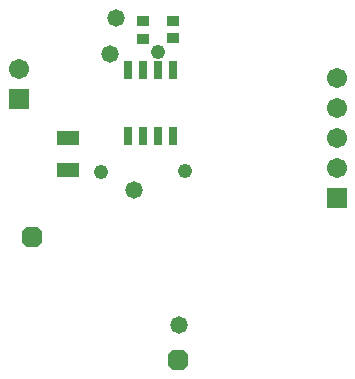
<source format=gbr>
G04*
G04 #@! TF.GenerationSoftware,Altium Limited,Altium Designer,22.11.1 (43)*
G04*
G04 Layer_Color=8388736*
%FSLAX44Y44*%
%MOMM*%
G71*
G04*
G04 #@! TF.SameCoordinates,7E3583A2-2878-4CA1-8AEC-5B8DB4771625*
G04*
G04*
G04 #@! TF.FilePolarity,Negative*
G04*
G01*
G75*
G04:AMPARAMS|DCode=17|XSize=1.7272mm|YSize=1.7272mm|CornerRadius=0mm|HoleSize=0mm|Usage=FLASHONLY|Rotation=0.000|XOffset=0mm|YOffset=0mm|HoleType=Round|Shape=Octagon|*
%AMOCTAGOND17*
4,1,8,0.8636,-0.4318,0.8636,0.4318,0.4318,0.8636,-0.4318,0.8636,-0.8636,0.4318,-0.8636,-0.4318,-0.4318,-0.8636,0.4318,-0.8636,0.8636,-0.4318,0.0*
%
%ADD17OCTAGOND17*%

%ADD18R,1.1032X0.9032*%
%ADD19R,1.9032X1.3032*%
%ADD20R,0.7366X1.6256*%
%ADD21R,1.7032X1.7032*%
%ADD22C,1.7032*%
%ADD23C,1.4732*%
%ADD24C,1.2192*%
D17*
X353060Y883920D02*
D03*
X476250Y779780D02*
D03*
D18*
X447040Y1051680D02*
D03*
Y1066680D02*
D03*
X472440Y1051800D02*
D03*
Y1066800D02*
D03*
D19*
X383540Y967270D02*
D03*
Y940270D02*
D03*
D20*
X459740Y969010D02*
D03*
X447040D02*
D03*
X434340D02*
D03*
X472440D02*
D03*
Y1024890D02*
D03*
X459740D02*
D03*
X447040D02*
D03*
X434340D02*
D03*
D21*
X341630Y1000760D02*
D03*
X610870Y916940D02*
D03*
D22*
X341630Y1026160D02*
D03*
X610870Y1018540D02*
D03*
Y993140D02*
D03*
Y967740D02*
D03*
Y942340D02*
D03*
D23*
X477520Y808990D02*
D03*
X439420Y923290D02*
D03*
X424180Y1069340D02*
D03*
X419100Y1038860D02*
D03*
D24*
X482600Y939800D02*
D03*
X459740Y1040130D02*
D03*
X411480Y938530D02*
D03*
M02*

</source>
